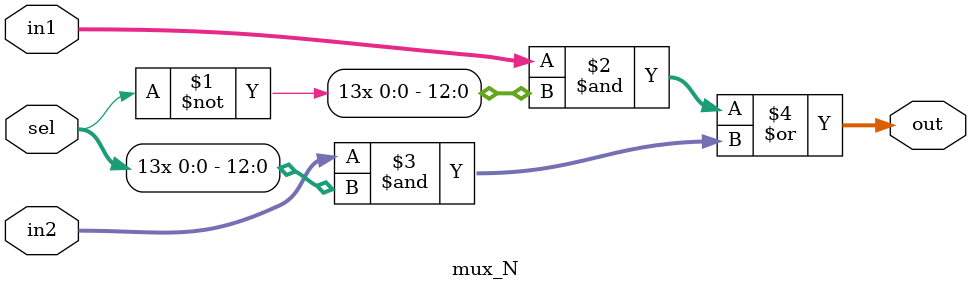
<source format=sv>
module mux2to1 (in1, in2, sel, out);
	input wire in1,in2,sel;
	output out;
	assign out=in1&~sel|in2&sel;
endmodule
module mux4 (in1, in2, sel, out);
	input wire [3:0]in1,in2;
	input wire  sel;
	output [3:0] out;
	mux2to1 entity_0 (.in1(in1[0]), .in2(in2[0]), .sel(sel), .out(out[0]));
	mux2to1 entity_1 (.in1(in1[1]), .in2(in2[1]), .sel(sel), .out(out[1]));
	mux2to1 entity_2 (.in1(in1[2]), .in2(in2[2]), .sel(sel), .out(out[2]));
	mux2to1 entity_3 (.in1(in1[3]), .in2(in2[3]), .sel(sel), .out(out[3]));
endmodule
module mux_N (in1, in2, sel, out);
	parameter NUM_WIDTH_LENGTH=13;
	input wire [NUM_WIDTH_LENGTH-1:0] in1, in2;
	input wire sel;
	output wire [NUM_WIDTH_LENGTH-1:0] out;
	assign out=in1&{NUM_WIDTH_LENGTH{~sel}}|in2&{NUM_WIDTH_LENGTH{sel}};
endmodule

</source>
